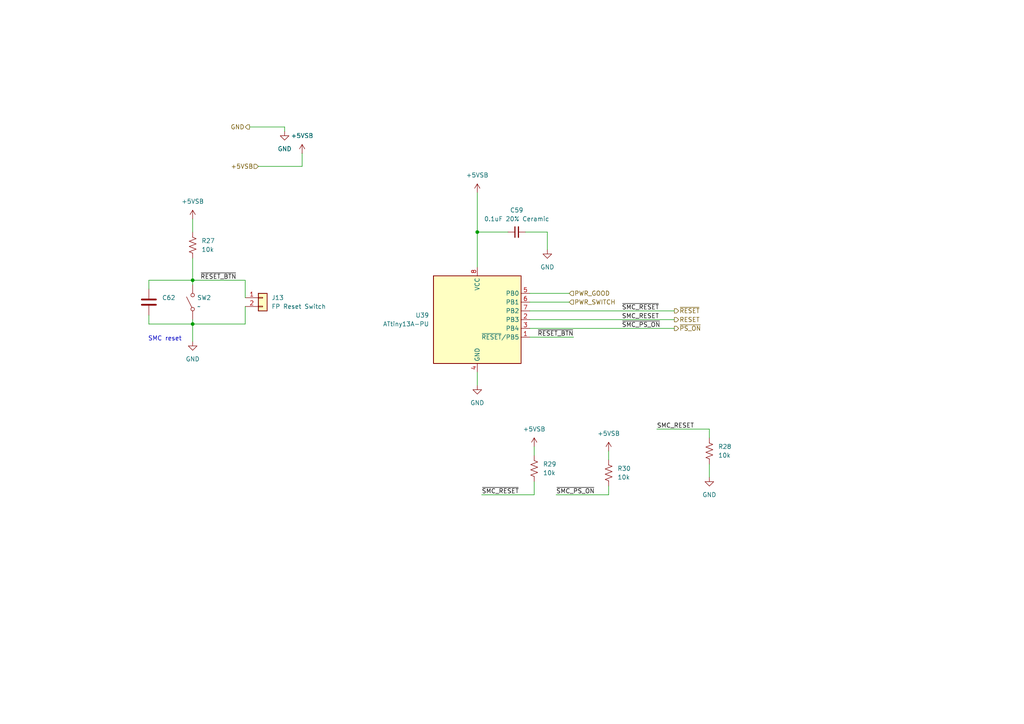
<source format=kicad_sch>
(kicad_sch
	(version 20231120)
	(generator "eeschema")
	(generator_version "8.0")
	(uuid "a7045b94-117e-4c16-bead-94421e33e30c")
	(paper "A4")
	(lib_symbols
		(symbol "Connector_Generic:Conn_01x02"
			(pin_names
				(offset 1.016) hide)
			(exclude_from_sim no)
			(in_bom yes)
			(on_board yes)
			(property "Reference" "J"
				(at 0 2.54 0)
				(effects
					(font
						(size 1.27 1.27)
					)
				)
			)
			(property "Value" "Conn_01x02"
				(at 0 -5.08 0)
				(effects
					(font
						(size 1.27 1.27)
					)
				)
			)
			(property "Footprint" ""
				(at 0 0 0)
				(effects
					(font
						(size 1.27 1.27)
					)
					(hide yes)
				)
			)
			(property "Datasheet" "~"
				(at 0 0 0)
				(effects
					(font
						(size 1.27 1.27)
					)
					(hide yes)
				)
			)
			(property "Description" "Generic connector, single row, 01x02, script generated (kicad-library-utils/schlib/autogen/connector/)"
				(at 0 0 0)
				(effects
					(font
						(size 1.27 1.27)
					)
					(hide yes)
				)
			)
			(property "ki_keywords" "connector"
				(at 0 0 0)
				(effects
					(font
						(size 1.27 1.27)
					)
					(hide yes)
				)
			)
			(property "ki_fp_filters" "Connector*:*_1x??_*"
				(at 0 0 0)
				(effects
					(font
						(size 1.27 1.27)
					)
					(hide yes)
				)
			)
			(symbol "Conn_01x02_1_1"
				(rectangle
					(start -1.27 -2.413)
					(end 0 -2.667)
					(stroke
						(width 0.1524)
						(type default)
					)
					(fill
						(type none)
					)
				)
				(rectangle
					(start -1.27 0.127)
					(end 0 -0.127)
					(stroke
						(width 0.1524)
						(type default)
					)
					(fill
						(type none)
					)
				)
				(rectangle
					(start -1.27 1.27)
					(end 1.27 -3.81)
					(stroke
						(width 0.254)
						(type default)
					)
					(fill
						(type background)
					)
				)
				(pin passive line
					(at -5.08 0 0)
					(length 3.81)
					(name "Pin_1"
						(effects
							(font
								(size 1.27 1.27)
							)
						)
					)
					(number "1"
						(effects
							(font
								(size 1.27 1.27)
							)
						)
					)
				)
				(pin passive line
					(at -5.08 -2.54 0)
					(length 3.81)
					(name "Pin_2"
						(effects
							(font
								(size 1.27 1.27)
							)
						)
					)
					(number "2"
						(effects
							(font
								(size 1.27 1.27)
							)
						)
					)
				)
			)
		)
		(symbol "Device:C"
			(pin_numbers hide)
			(pin_names
				(offset 0.254)
			)
			(exclude_from_sim no)
			(in_bom yes)
			(on_board yes)
			(property "Reference" "C"
				(at 0.635 2.54 0)
				(effects
					(font
						(size 1.27 1.27)
					)
					(justify left)
				)
			)
			(property "Value" "C"
				(at 0.635 -2.54 0)
				(effects
					(font
						(size 1.27 1.27)
					)
					(justify left)
				)
			)
			(property "Footprint" ""
				(at 0.9652 -3.81 0)
				(effects
					(font
						(size 1.27 1.27)
					)
					(hide yes)
				)
			)
			(property "Datasheet" "~"
				(at 0 0 0)
				(effects
					(font
						(size 1.27 1.27)
					)
					(hide yes)
				)
			)
			(property "Description" "Unpolarized capacitor"
				(at 0 0 0)
				(effects
					(font
						(size 1.27 1.27)
					)
					(hide yes)
				)
			)
			(property "ki_keywords" "cap capacitor"
				(at 0 0 0)
				(effects
					(font
						(size 1.27 1.27)
					)
					(hide yes)
				)
			)
			(property "ki_fp_filters" "C_*"
				(at 0 0 0)
				(effects
					(font
						(size 1.27 1.27)
					)
					(hide yes)
				)
			)
			(symbol "C_0_1"
				(polyline
					(pts
						(xy -2.032 -0.762) (xy 2.032 -0.762)
					)
					(stroke
						(width 0.508)
						(type default)
					)
					(fill
						(type none)
					)
				)
				(polyline
					(pts
						(xy -2.032 0.762) (xy 2.032 0.762)
					)
					(stroke
						(width 0.508)
						(type default)
					)
					(fill
						(type none)
					)
				)
			)
			(symbol "C_1_1"
				(pin passive line
					(at 0 3.81 270)
					(length 2.794)
					(name "~"
						(effects
							(font
								(size 1.27 1.27)
							)
						)
					)
					(number "1"
						(effects
							(font
								(size 1.27 1.27)
							)
						)
					)
				)
				(pin passive line
					(at 0 -3.81 90)
					(length 2.794)
					(name "~"
						(effects
							(font
								(size 1.27 1.27)
							)
						)
					)
					(number "2"
						(effects
							(font
								(size 1.27 1.27)
							)
						)
					)
				)
			)
		)
		(symbol "Device:C_Small"
			(pin_numbers hide)
			(pin_names
				(offset 0.254) hide)
			(exclude_from_sim no)
			(in_bom yes)
			(on_board yes)
			(property "Reference" "C"
				(at 0.254 1.778 0)
				(effects
					(font
						(size 1.27 1.27)
					)
					(justify left)
				)
			)
			(property "Value" "C_Small"
				(at 0.254 -2.032 0)
				(effects
					(font
						(size 1.27 1.27)
					)
					(justify left)
				)
			)
			(property "Footprint" ""
				(at 0 0 0)
				(effects
					(font
						(size 1.27 1.27)
					)
					(hide yes)
				)
			)
			(property "Datasheet" "~"
				(at 0 0 0)
				(effects
					(font
						(size 1.27 1.27)
					)
					(hide yes)
				)
			)
			(property "Description" "Unpolarized capacitor, small symbol"
				(at 0 0 0)
				(effects
					(font
						(size 1.27 1.27)
					)
					(hide yes)
				)
			)
			(property "ki_keywords" "capacitor cap"
				(at 0 0 0)
				(effects
					(font
						(size 1.27 1.27)
					)
					(hide yes)
				)
			)
			(property "ki_fp_filters" "C_*"
				(at 0 0 0)
				(effects
					(font
						(size 1.27 1.27)
					)
					(hide yes)
				)
			)
			(symbol "C_Small_0_1"
				(polyline
					(pts
						(xy -1.524 -0.508) (xy 1.524 -0.508)
					)
					(stroke
						(width 0.3302)
						(type default)
					)
					(fill
						(type none)
					)
				)
				(polyline
					(pts
						(xy -1.524 0.508) (xy 1.524 0.508)
					)
					(stroke
						(width 0.3048)
						(type default)
					)
					(fill
						(type none)
					)
				)
			)
			(symbol "C_Small_1_1"
				(pin passive line
					(at 0 2.54 270)
					(length 2.032)
					(name "~"
						(effects
							(font
								(size 1.27 1.27)
							)
						)
					)
					(number "1"
						(effects
							(font
								(size 1.27 1.27)
							)
						)
					)
				)
				(pin passive line
					(at 0 -2.54 90)
					(length 2.032)
					(name "~"
						(effects
							(font
								(size 1.27 1.27)
							)
						)
					)
					(number "2"
						(effects
							(font
								(size 1.27 1.27)
							)
						)
					)
				)
			)
		)
		(symbol "Device:R_US"
			(pin_numbers hide)
			(pin_names
				(offset 0)
			)
			(exclude_from_sim no)
			(in_bom yes)
			(on_board yes)
			(property "Reference" "R"
				(at 2.54 0 90)
				(effects
					(font
						(size 1.27 1.27)
					)
				)
			)
			(property "Value" "R_US"
				(at -2.54 0 90)
				(effects
					(font
						(size 1.27 1.27)
					)
				)
			)
			(property "Footprint" ""
				(at 1.016 -0.254 90)
				(effects
					(font
						(size 1.27 1.27)
					)
					(hide yes)
				)
			)
			(property "Datasheet" "~"
				(at 0 0 0)
				(effects
					(font
						(size 1.27 1.27)
					)
					(hide yes)
				)
			)
			(property "Description" "Resistor, US symbol"
				(at 0 0 0)
				(effects
					(font
						(size 1.27 1.27)
					)
					(hide yes)
				)
			)
			(property "ki_keywords" "R res resistor"
				(at 0 0 0)
				(effects
					(font
						(size 1.27 1.27)
					)
					(hide yes)
				)
			)
			(property "ki_fp_filters" "R_*"
				(at 0 0 0)
				(effects
					(font
						(size 1.27 1.27)
					)
					(hide yes)
				)
			)
			(symbol "R_US_0_1"
				(polyline
					(pts
						(xy 0 -2.286) (xy 0 -2.54)
					)
					(stroke
						(width 0)
						(type default)
					)
					(fill
						(type none)
					)
				)
				(polyline
					(pts
						(xy 0 2.286) (xy 0 2.54)
					)
					(stroke
						(width 0)
						(type default)
					)
					(fill
						(type none)
					)
				)
				(polyline
					(pts
						(xy 0 -0.762) (xy 1.016 -1.143) (xy 0 -1.524) (xy -1.016 -1.905) (xy 0 -2.286)
					)
					(stroke
						(width 0)
						(type default)
					)
					(fill
						(type none)
					)
				)
				(polyline
					(pts
						(xy 0 0.762) (xy 1.016 0.381) (xy 0 0) (xy -1.016 -0.381) (xy 0 -0.762)
					)
					(stroke
						(width 0)
						(type default)
					)
					(fill
						(type none)
					)
				)
				(polyline
					(pts
						(xy 0 2.286) (xy 1.016 1.905) (xy 0 1.524) (xy -1.016 1.143) (xy 0 0.762)
					)
					(stroke
						(width 0)
						(type default)
					)
					(fill
						(type none)
					)
				)
			)
			(symbol "R_US_1_1"
				(pin passive line
					(at 0 3.81 270)
					(length 1.27)
					(name "~"
						(effects
							(font
								(size 1.27 1.27)
							)
						)
					)
					(number "1"
						(effects
							(font
								(size 1.27 1.27)
							)
						)
					)
				)
				(pin passive line
					(at 0 -3.81 90)
					(length 1.27)
					(name "~"
						(effects
							(font
								(size 1.27 1.27)
							)
						)
					)
					(number "2"
						(effects
							(font
								(size 1.27 1.27)
							)
						)
					)
				)
			)
		)
		(symbol "MCU_Microchip_ATtiny:ATtiny13A-P"
			(exclude_from_sim no)
			(in_bom yes)
			(on_board yes)
			(property "Reference" "U"
				(at -12.7 13.97 0)
				(effects
					(font
						(size 1.27 1.27)
					)
					(justify left bottom)
				)
			)
			(property "Value" "ATtiny13A-P"
				(at 2.54 -13.97 0)
				(effects
					(font
						(size 1.27 1.27)
					)
					(justify left top)
				)
			)
			(property "Footprint" "Package_DIP:DIP-8_W7.62mm"
				(at 0 0 0)
				(effects
					(font
						(size 1.27 1.27)
						(italic yes)
					)
					(hide yes)
				)
			)
			(property "Datasheet" "http://ww1.microchip.com/downloads/en/DeviceDoc/doc8126.pdf"
				(at 0 0 0)
				(effects
					(font
						(size 1.27 1.27)
					)
					(hide yes)
				)
			)
			(property "Description" "20MHz, 1kB Flash, 64B SRAM, 64B EEPROM, debugWIRE, DIP-8"
				(at 0 0 0)
				(effects
					(font
						(size 1.27 1.27)
					)
					(hide yes)
				)
			)
			(property "ki_keywords" "AVR 8bit Microcontroller tinyAVR"
				(at 0 0 0)
				(effects
					(font
						(size 1.27 1.27)
					)
					(hide yes)
				)
			)
			(property "ki_fp_filters" "DIP*W7.62mm*"
				(at 0 0 0)
				(effects
					(font
						(size 1.27 1.27)
					)
					(hide yes)
				)
			)
			(symbol "ATtiny13A-P_0_1"
				(rectangle
					(start -12.7 -12.7)
					(end 12.7 12.7)
					(stroke
						(width 0.254)
						(type default)
					)
					(fill
						(type background)
					)
				)
			)
			(symbol "ATtiny13A-P_1_1"
				(pin bidirectional line
					(at 15.24 -5.08 180)
					(length 2.54)
					(name "~{RESET}/PB5"
						(effects
							(font
								(size 1.27 1.27)
							)
						)
					)
					(number "1"
						(effects
							(font
								(size 1.27 1.27)
							)
						)
					)
				)
				(pin bidirectional line
					(at 15.24 0 180)
					(length 2.54)
					(name "PB3"
						(effects
							(font
								(size 1.27 1.27)
							)
						)
					)
					(number "2"
						(effects
							(font
								(size 1.27 1.27)
							)
						)
					)
				)
				(pin bidirectional line
					(at 15.24 -2.54 180)
					(length 2.54)
					(name "PB4"
						(effects
							(font
								(size 1.27 1.27)
							)
						)
					)
					(number "3"
						(effects
							(font
								(size 1.27 1.27)
							)
						)
					)
				)
				(pin power_in line
					(at 0 -15.24 90)
					(length 2.54)
					(name "GND"
						(effects
							(font
								(size 1.27 1.27)
							)
						)
					)
					(number "4"
						(effects
							(font
								(size 1.27 1.27)
							)
						)
					)
				)
				(pin bidirectional line
					(at 15.24 7.62 180)
					(length 2.54)
					(name "PB0"
						(effects
							(font
								(size 1.27 1.27)
							)
						)
					)
					(number "5"
						(effects
							(font
								(size 1.27 1.27)
							)
						)
					)
				)
				(pin bidirectional line
					(at 15.24 5.08 180)
					(length 2.54)
					(name "PB1"
						(effects
							(font
								(size 1.27 1.27)
							)
						)
					)
					(number "6"
						(effects
							(font
								(size 1.27 1.27)
							)
						)
					)
				)
				(pin bidirectional line
					(at 15.24 2.54 180)
					(length 2.54)
					(name "PB2"
						(effects
							(font
								(size 1.27 1.27)
							)
						)
					)
					(number "7"
						(effects
							(font
								(size 1.27 1.27)
							)
						)
					)
				)
				(pin power_in line
					(at 0 15.24 270)
					(length 2.54)
					(name "VCC"
						(effects
							(font
								(size 1.27 1.27)
							)
						)
					)
					(number "8"
						(effects
							(font
								(size 1.27 1.27)
							)
						)
					)
				)
			)
		)
		(symbol "SparkFun-Switch:SPST_Momentary_SMD_4.6x2.8mm_h2.5mm"
			(pin_numbers hide)
			(pin_names
				(offset 0) hide)
			(exclude_from_sim no)
			(in_bom yes)
			(on_board yes)
			(property "Reference" "SW"
				(at 0 3.175 0)
				(effects
					(font
						(size 1.27 1.27)
					)
				)
			)
			(property "Value" "SMD_4.6x2.8mm_h2.5mm"
				(at 0 -2.54 0)
				(effects
					(font
						(size 1.27 1.27)
					)
				)
			)
			(property "Footprint" "SparkFun-Switch:Momentary_SMD_4.6x2.8mm_h2.5mm"
				(at 0 -5.08 0)
				(effects
					(font
						(size 1.27 1.27)
					)
					(hide yes)
				)
			)
			(property "Datasheet" "~"
				(at 0 -10.16 0)
				(effects
					(font
						(size 1.27 1.27)
					)
					(hide yes)
				)
			)
			(property "Description" "Single Pole Single Throw (SPST) switch"
				(at 0 0 0)
				(effects
					(font
						(size 1.27 1.27)
					)
					(hide yes)
				)
			)
			(property "PROD_ID" "SWCH-15606"
				(at 0 -7.62 0)
				(effects
					(font
						(size 1.27 1.27)
					)
					(hide yes)
				)
			)
			(property "ki_keywords" "switch lever"
				(at 0 0 0)
				(effects
					(font
						(size 1.27 1.27)
					)
					(hide yes)
				)
			)
			(symbol "SPST_Momentary_SMD_4.6x2.8mm_h2.5mm_0_0"
				(circle
					(center -2.032 0)
					(radius 0.508)
					(stroke
						(width 0)
						(type default)
					)
					(fill
						(type none)
					)
				)
				(polyline
					(pts
						(xy -1.524 0.254) (xy 1.524 1.778)
					)
					(stroke
						(width 0)
						(type default)
					)
					(fill
						(type none)
					)
				)
				(circle
					(center 2.032 0)
					(radius 0.508)
					(stroke
						(width 0)
						(type default)
					)
					(fill
						(type none)
					)
				)
			)
			(symbol "SPST_Momentary_SMD_4.6x2.8mm_h2.5mm_1_1"
				(pin passive line
					(at -5.08 0 0)
					(length 2.54)
					(name "A"
						(effects
							(font
								(size 1.27 1.27)
							)
						)
					)
					(number "1"
						(effects
							(font
								(size 1.27 1.27)
							)
						)
					)
				)
				(pin passive line
					(at 5.08 0 180)
					(length 2.54)
					(name "B"
						(effects
							(font
								(size 1.27 1.27)
							)
						)
					)
					(number "2"
						(effects
							(font
								(size 1.27 1.27)
							)
						)
					)
				)
			)
		)
		(symbol "power:GND"
			(power)
			(pin_names
				(offset 0)
			)
			(exclude_from_sim no)
			(in_bom yes)
			(on_board yes)
			(property "Reference" "#PWR"
				(at 0 -6.35 0)
				(effects
					(font
						(size 1.27 1.27)
					)
					(hide yes)
				)
			)
			(property "Value" "GND"
				(at 0 -3.81 0)
				(effects
					(font
						(size 1.27 1.27)
					)
				)
			)
			(property "Footprint" ""
				(at 0 0 0)
				(effects
					(font
						(size 1.27 1.27)
					)
					(hide yes)
				)
			)
			(property "Datasheet" ""
				(at 0 0 0)
				(effects
					(font
						(size 1.27 1.27)
					)
					(hide yes)
				)
			)
			(property "Description" "Power symbol creates a global label with name \"GND\" , ground"
				(at 0 0 0)
				(effects
					(font
						(size 1.27 1.27)
					)
					(hide yes)
				)
			)
			(property "ki_keywords" "global power"
				(at 0 0 0)
				(effects
					(font
						(size 1.27 1.27)
					)
					(hide yes)
				)
			)
			(symbol "GND_0_1"
				(polyline
					(pts
						(xy 0 0) (xy 0 -1.27) (xy 1.27 -1.27) (xy 0 -2.54) (xy -1.27 -1.27) (xy 0 -1.27)
					)
					(stroke
						(width 0)
						(type default)
					)
					(fill
						(type none)
					)
				)
			)
			(symbol "GND_1_1"
				(pin power_in line
					(at 0 0 270)
					(length 0) hide
					(name "GND"
						(effects
							(font
								(size 1.27 1.27)
							)
						)
					)
					(number "1"
						(effects
							(font
								(size 1.27 1.27)
							)
						)
					)
				)
			)
		)
		(symbol "power:VCC"
			(power)
			(pin_numbers hide)
			(pin_names
				(offset 0) hide)
			(exclude_from_sim no)
			(in_bom yes)
			(on_board yes)
			(property "Reference" "#PWR"
				(at 0 -3.81 0)
				(effects
					(font
						(size 1.27 1.27)
					)
					(hide yes)
				)
			)
			(property "Value" "VCC"
				(at 0 3.556 0)
				(effects
					(font
						(size 1.27 1.27)
					)
				)
			)
			(property "Footprint" ""
				(at 0 0 0)
				(effects
					(font
						(size 1.27 1.27)
					)
					(hide yes)
				)
			)
			(property "Datasheet" ""
				(at 0 0 0)
				(effects
					(font
						(size 1.27 1.27)
					)
					(hide yes)
				)
			)
			(property "Description" "Power symbol creates a global label with name \"VCC\""
				(at 0 0 0)
				(effects
					(font
						(size 1.27 1.27)
					)
					(hide yes)
				)
			)
			(property "ki_keywords" "global power"
				(at 0 0 0)
				(effects
					(font
						(size 1.27 1.27)
					)
					(hide yes)
				)
			)
			(symbol "VCC_0_1"
				(polyline
					(pts
						(xy -0.762 1.27) (xy 0 2.54)
					)
					(stroke
						(width 0)
						(type default)
					)
					(fill
						(type none)
					)
				)
				(polyline
					(pts
						(xy 0 0) (xy 0 2.54)
					)
					(stroke
						(width 0)
						(type default)
					)
					(fill
						(type none)
					)
				)
				(polyline
					(pts
						(xy 0 2.54) (xy 0.762 1.27)
					)
					(stroke
						(width 0)
						(type default)
					)
					(fill
						(type none)
					)
				)
			)
			(symbol "VCC_1_1"
				(pin power_in line
					(at 0 0 90)
					(length 0)
					(name "~"
						(effects
							(font
								(size 1.27 1.27)
							)
						)
					)
					(number "1"
						(effects
							(font
								(size 1.27 1.27)
							)
						)
					)
				)
			)
		)
	)
	(junction
		(at 138.43 67.31)
		(diameter 0)
		(color 0 0 0 0)
		(uuid "32d6a8a8-7c36-4e91-ba89-9b5a81d9a94a")
	)
	(junction
		(at 55.88 93.98)
		(diameter 0)
		(color 0 0 0 0)
		(uuid "68ee2eb8-38e6-476b-a200-285694248db1")
	)
	(junction
		(at 55.88 81.28)
		(diameter 0)
		(color 0 0 0 0)
		(uuid "6a86dab6-a4f4-4caa-9681-00e624c30c58")
	)
	(wire
		(pts
			(xy 176.53 143.51) (xy 176.53 140.97)
		)
		(stroke
			(width 0)
			(type default)
		)
		(uuid "0454b017-ae95-4818-a81a-217986cf1a77")
	)
	(wire
		(pts
			(xy 154.94 143.51) (xy 154.94 139.7)
		)
		(stroke
			(width 0)
			(type default)
		)
		(uuid "0e0258a9-9554-4bdb-8e71-955e4a6febb4")
	)
	(wire
		(pts
			(xy 154.94 129.54) (xy 154.94 132.08)
		)
		(stroke
			(width 0)
			(type default)
		)
		(uuid "15521117-26a3-4884-8e54-15877e765bca")
	)
	(wire
		(pts
			(xy 55.88 93.98) (xy 71.12 93.98)
		)
		(stroke
			(width 0)
			(type default)
		)
		(uuid "18522c60-5f99-45ca-9509-7f17e03633e9")
	)
	(wire
		(pts
			(xy 153.67 90.17) (xy 195.58 90.17)
		)
		(stroke
			(width 0)
			(type default)
		)
		(uuid "25b050ae-c364-45a8-8118-cbe8bdc2334d")
	)
	(wire
		(pts
			(xy 55.88 81.28) (xy 71.12 81.28)
		)
		(stroke
			(width 0)
			(type default)
		)
		(uuid "2667300a-2bba-4eae-a834-38043584d9a9")
	)
	(wire
		(pts
			(xy 82.55 36.83) (xy 82.55 38.1)
		)
		(stroke
			(width 0)
			(type default)
		)
		(uuid "27d26d10-7659-4d70-b930-93148b332550")
	)
	(wire
		(pts
			(xy 153.67 85.09) (xy 165.1 85.09)
		)
		(stroke
			(width 0)
			(type default)
		)
		(uuid "40ec8ffa-17ab-4b1b-91f9-8bf5871c9855")
	)
	(wire
		(pts
			(xy 43.18 81.28) (xy 55.88 81.28)
		)
		(stroke
			(width 0)
			(type default)
		)
		(uuid "41068742-c502-4cb8-9788-3ff3bb390927")
	)
	(wire
		(pts
			(xy 43.18 91.44) (xy 43.18 93.98)
		)
		(stroke
			(width 0)
			(type default)
		)
		(uuid "443844eb-4e72-471d-881a-786072a4ffc6")
	)
	(wire
		(pts
			(xy 87.63 44.45) (xy 87.63 48.26)
		)
		(stroke
			(width 0)
			(type default)
		)
		(uuid "4f69d519-62b6-4391-b32a-818f12b3e7d0")
	)
	(wire
		(pts
			(xy 138.43 67.31) (xy 147.32 67.31)
		)
		(stroke
			(width 0)
			(type default)
		)
		(uuid "557cc26e-6a8e-441b-b8f5-f79118f3a60b")
	)
	(wire
		(pts
			(xy 71.12 81.28) (xy 71.12 86.36)
		)
		(stroke
			(width 0)
			(type default)
		)
		(uuid "631cd4d5-2bdf-4c1f-9fe6-794e79b5965c")
	)
	(wire
		(pts
			(xy 87.63 48.26) (xy 74.93 48.26)
		)
		(stroke
			(width 0)
			(type default)
		)
		(uuid "72adf9b6-279c-4edc-8dc4-2ec296fea02f")
	)
	(wire
		(pts
			(xy 205.74 124.46) (xy 205.74 127)
		)
		(stroke
			(width 0)
			(type default)
		)
		(uuid "7588f36f-d88e-487a-be32-00ab84954785")
	)
	(wire
		(pts
			(xy 158.75 67.31) (xy 158.75 72.39)
		)
		(stroke
			(width 0)
			(type default)
		)
		(uuid "887311ed-c26c-4ea5-9c5b-6441fc10a2f2")
	)
	(wire
		(pts
			(xy 138.43 55.88) (xy 138.43 67.31)
		)
		(stroke
			(width 0)
			(type default)
		)
		(uuid "8bec2261-372a-4630-a45a-b507a5afeb75")
	)
	(wire
		(pts
			(xy 176.53 130.81) (xy 176.53 133.35)
		)
		(stroke
			(width 0)
			(type default)
		)
		(uuid "8e1e8c7c-70b7-431c-91e8-efb2ba28a19b")
	)
	(wire
		(pts
			(xy 55.88 92.71) (xy 55.88 93.98)
		)
		(stroke
			(width 0)
			(type default)
		)
		(uuid "8f0d64cd-7580-4689-9da8-6d5893b98cc8")
	)
	(wire
		(pts
			(xy 153.67 92.71) (xy 195.58 92.71)
		)
		(stroke
			(width 0)
			(type default)
		)
		(uuid "97596090-e87b-4ce1-aa3c-d32692fafa4e")
	)
	(wire
		(pts
			(xy 55.88 74.93) (xy 55.88 81.28)
		)
		(stroke
			(width 0)
			(type default)
		)
		(uuid "9fbc2942-ff6f-4cc1-ba7b-e3cfaea0f34d")
	)
	(wire
		(pts
			(xy 71.12 93.98) (xy 71.12 88.9)
		)
		(stroke
			(width 0)
			(type default)
		)
		(uuid "adf52f05-ff3a-4010-9a52-479023428823")
	)
	(wire
		(pts
			(xy 138.43 107.95) (xy 138.43 111.76)
		)
		(stroke
			(width 0)
			(type default)
		)
		(uuid "af8c568c-a038-4523-bffe-5f8b32228b74")
	)
	(wire
		(pts
			(xy 153.67 95.25) (xy 195.58 95.25)
		)
		(stroke
			(width 0)
			(type default)
		)
		(uuid "b4f88817-c2f3-41fd-b2b4-2f15bb4a42b8")
	)
	(wire
		(pts
			(xy 153.67 87.63) (xy 165.1 87.63)
		)
		(stroke
			(width 0)
			(type default)
		)
		(uuid "c468cc17-4804-45e6-84e6-f313766c5c28")
	)
	(wire
		(pts
			(xy 55.88 81.28) (xy 55.88 82.55)
		)
		(stroke
			(width 0)
			(type default)
		)
		(uuid "ca620096-6aeb-4485-be25-0fae6a84c653")
	)
	(wire
		(pts
			(xy 55.88 93.98) (xy 55.88 99.06)
		)
		(stroke
			(width 0)
			(type default)
		)
		(uuid "cf17e8a3-46d7-46fd-b5af-97a2dae4fa6d")
	)
	(wire
		(pts
			(xy 43.18 93.98) (xy 55.88 93.98)
		)
		(stroke
			(width 0)
			(type default)
		)
		(uuid "d0b5a213-3b84-4666-859e-172f85d66a98")
	)
	(wire
		(pts
			(xy 152.4 67.31) (xy 158.75 67.31)
		)
		(stroke
			(width 0)
			(type default)
		)
		(uuid "d323ee4c-40d8-47c9-a05a-2d7324a2bb0a")
	)
	(wire
		(pts
			(xy 139.7 143.51) (xy 154.94 143.51)
		)
		(stroke
			(width 0)
			(type default)
		)
		(uuid "d35c72a6-d8b7-4495-8c01-69f80b670766")
	)
	(wire
		(pts
			(xy 55.88 63.5) (xy 55.88 67.31)
		)
		(stroke
			(width 0)
			(type default)
		)
		(uuid "d8a6f56a-09d7-462a-9949-b87e52cd39ff")
	)
	(wire
		(pts
			(xy 43.18 83.82) (xy 43.18 81.28)
		)
		(stroke
			(width 0)
			(type default)
		)
		(uuid "da8f6275-b247-4d84-8add-34f6a9b8d317")
	)
	(wire
		(pts
			(xy 161.29 143.51) (xy 176.53 143.51)
		)
		(stroke
			(width 0)
			(type default)
		)
		(uuid "e6def6f2-017f-415d-ab1b-2571344e9881")
	)
	(wire
		(pts
			(xy 205.74 134.62) (xy 205.74 138.43)
		)
		(stroke
			(width 0)
			(type default)
		)
		(uuid "f0be46a0-3364-4ab2-9ded-c9c415e2edfd")
	)
	(wire
		(pts
			(xy 190.5 124.46) (xy 205.74 124.46)
		)
		(stroke
			(width 0)
			(type default)
		)
		(uuid "f345030d-21cf-42ca-bb28-62f8dfb9c167")
	)
	(wire
		(pts
			(xy 138.43 67.31) (xy 138.43 77.47)
		)
		(stroke
			(width 0)
			(type default)
		)
		(uuid "f6828708-3744-4f3a-b8db-2e3fb3b7c9cc")
	)
	(wire
		(pts
			(xy 72.39 36.83) (xy 82.55 36.83)
		)
		(stroke
			(width 0)
			(type default)
		)
		(uuid "f7fb34fb-4a52-4c00-a588-288954be732f")
	)
	(wire
		(pts
			(xy 153.67 97.79) (xy 166.37 97.79)
		)
		(stroke
			(width 0)
			(type default)
		)
		(uuid "fd654a95-63ac-4a15-89bf-84020152ddb1")
	)
	(text "SMC reset"
		(exclude_from_sim no)
		(at 42.926 99.06 0)
		(effects
			(font
				(size 1.27 1.27)
			)
			(justify left bottom)
		)
		(uuid "d98b40a5-b4fb-4037-ac52-c787c24b4bb6")
	)
	(label "SMC_RESET"
		(at 190.5 124.46 0)
		(fields_autoplaced yes)
		(effects
			(font
				(size 1.27 1.27)
			)
			(justify left bottom)
		)
		(uuid "0db884af-b07a-48eb-bc27-e5e89f94bec5")
	)
	(label "~{SMC_PS_ON}"
		(at 161.29 143.51 0)
		(fields_autoplaced yes)
		(effects
			(font
				(size 1.27 1.27)
			)
			(justify left bottom)
		)
		(uuid "79d70f6d-ea57-48c5-8b56-8bd19bb431f3")
	)
	(label "SMC_RESET"
		(at 180.34 92.71 0)
		(fields_autoplaced yes)
		(effects
			(font
				(size 1.27 1.27)
			)
			(justify left bottom)
		)
		(uuid "98dcb121-7ceb-45b5-a995-29c4474589d7")
	)
	(label "~{RESET_BTN}"
		(at 68.58 81.28 180)
		(fields_autoplaced yes)
		(effects
			(font
				(size 1.27 1.27)
			)
			(justify right bottom)
		)
		(uuid "a09e300f-ee5f-4175-ae2a-f38c07f6b308")
	)
	(label "~{SMC_PS_ON}"
		(at 180.34 95.25 0)
		(fields_autoplaced yes)
		(effects
			(font
				(size 1.27 1.27)
			)
			(justify left bottom)
		)
		(uuid "a8ae8db3-409b-4534-ab83-30c01803780d")
	)
	(label "~{SMC_RESET}"
		(at 139.7 143.51 0)
		(fields_autoplaced yes)
		(effects
			(font
				(size 1.27 1.27)
			)
			(justify left bottom)
		)
		(uuid "ba6ff12d-fec2-46d5-b3cf-3c636f532e4d")
	)
	(label "~{RESET_BTN}"
		(at 166.37 97.79 180)
		(fields_autoplaced yes)
		(effects
			(font
				(size 1.27 1.27)
			)
			(justify right bottom)
		)
		(uuid "e1e0fdee-aaac-4d7c-8ca3-1264b453f344")
	)
	(label "~{SMC_RESET}"
		(at 180.34 90.17 0)
		(fields_autoplaced yes)
		(effects
			(font
				(size 1.27 1.27)
			)
			(justify left bottom)
		)
		(uuid "f48da2b5-0811-421e-a87b-0faaeca97284")
	)
	(hierarchical_label "PWR_GOOD"
		(shape input)
		(at 165.1 85.09 0)
		(fields_autoplaced yes)
		(effects
			(font
				(size 1.27 1.27)
			)
			(justify left)
		)
		(uuid "1b87d055-aec7-46ba-923c-a12fdf0c2229")
	)
	(hierarchical_label "+5VSB"
		(shape input)
		(at 74.93 48.26 180)
		(fields_autoplaced yes)
		(effects
			(font
				(size 1.27 1.27)
			)
			(justify right)
		)
		(uuid "2fdd7eee-17b0-4909-a231-bf28ca7e98d0")
	)
	(hierarchical_label "RESET"
		(shape output)
		(at 195.58 92.71 0)
		(fields_autoplaced yes)
		(effects
			(font
				(size 1.27 1.27)
			)
			(justify left)
		)
		(uuid "311c7452-5813-4866-bc95-9cdb11d82db0")
	)
	(hierarchical_label "~{PS_ON}"
		(shape output)
		(at 195.58 95.25 0)
		(fields_autoplaced yes)
		(effects
			(font
				(size 1.27 1.27)
			)
			(justify left)
		)
		(uuid "46eb7b74-851e-4a85-889d-34debc563240")
	)
	(hierarchical_label "PWR_SWITCH"
		(shape input)
		(at 165.1 87.63 0)
		(fields_autoplaced yes)
		(effects
			(font
				(size 1.27 1.27)
			)
			(justify left)
		)
		(uuid "589e8f81-7b0c-4dbc-8254-2af1ba9ede09")
	)
	(hierarchical_label "~{RESET}"
		(shape output)
		(at 195.58 90.17 0)
		(fields_autoplaced yes)
		(effects
			(font
				(size 1.27 1.27)
			)
			(justify left)
		)
		(uuid "8db44836-a08f-40a7-b926-b9070c64ae7b")
	)
	(hierarchical_label "GND"
		(shape output)
		(at 72.39 36.83 180)
		(fields_autoplaced yes)
		(effects
			(font
				(size 1.27 1.27)
			)
			(justify right)
		)
		(uuid "b0a6ce7a-a1c1-4fb8-aac9-14e5752afb9e")
	)
	(symbol
		(lib_id "power:GND")
		(at 158.75 72.39 0)
		(unit 1)
		(exclude_from_sim no)
		(in_bom yes)
		(on_board yes)
		(dnp no)
		(fields_autoplaced yes)
		(uuid "058a4696-ac13-4512-889b-ccaeedfbf7d9")
		(property "Reference" "#PWR0279"
			(at 158.75 78.74 0)
			(effects
				(font
					(size 1.27 1.27)
				)
				(hide yes)
			)
		)
		(property "Value" "GND"
			(at 158.75 77.47 0)
			(effects
				(font
					(size 1.27 1.27)
				)
			)
		)
		(property "Footprint" ""
			(at 158.75 72.39 0)
			(effects
				(font
					(size 1.27 1.27)
				)
				(hide yes)
			)
		)
		(property "Datasheet" ""
			(at 158.75 72.39 0)
			(effects
				(font
					(size 1.27 1.27)
				)
				(hide yes)
			)
		)
		(property "Description" ""
			(at 158.75 72.39 0)
			(effects
				(font
					(size 1.27 1.27)
				)
				(hide yes)
			)
		)
		(pin "1"
			(uuid "ae345116-d647-4999-8883-2d2b3964c6fc")
		)
		(instances
			(project "sbc_8088"
				(path "/5e468d94-0319-44d1-a77f-2adc451eed13/f89b8ff6-5088-4953-9834-8161ac771756"
					(reference "#PWR0279")
					(unit 1)
				)
			)
		)
	)
	(symbol
		(lib_id "SparkFun-Switch:SPST_Momentary_SMD_4.6x2.8mm_h2.5mm")
		(at 55.88 87.63 90)
		(unit 1)
		(exclude_from_sim no)
		(in_bom yes)
		(on_board yes)
		(dnp no)
		(fields_autoplaced yes)
		(uuid "112aa6d5-e279-40b9-ab2b-1efcd79f69b8")
		(property "Reference" "SW2"
			(at 57.15 86.36 90)
			(effects
				(font
					(size 1.27 1.27)
				)
				(justify right)
			)
		)
		(property "Value" "~"
			(at 57.15 88.9 90)
			(effects
				(font
					(size 1.27 1.27)
				)
				(justify right)
			)
		)
		(property "Footprint" "Button_Switch_THT:SW_PUSH_6mm_H4.3mm"
			(at 60.96 87.63 0)
			(effects
				(font
					(size 1.27 1.27)
				)
				(hide yes)
			)
		)
		(property "Datasheet" "~"
			(at 66.04 87.63 0)
			(effects
				(font
					(size 1.27 1.27)
				)
				(hide yes)
			)
		)
		(property "Description" "LCSC #C7470126"
			(at 55.88 87.63 0)
			(effects
				(font
					(size 1.27 1.27)
				)
				(hide yes)
			)
		)
		(property "PROD_ID" "SWCH-15606"
			(at 63.5 87.63 0)
			(effects
				(font
					(size 1.27 1.27)
				)
				(hide yes)
			)
		)
		(property "Height" ""
			(at 55.88 87.63 0)
			(effects
				(font
					(size 1.27 1.27)
				)
				(hide yes)
			)
		)
		(property "Manufacturer_Name" ""
			(at 55.88 87.63 0)
			(effects
				(font
					(size 1.27 1.27)
				)
				(hide yes)
			)
		)
		(property "Manufacturer_Part_Number" ""
			(at 55.88 87.63 0)
			(effects
				(font
					(size 1.27 1.27)
				)
				(hide yes)
			)
		)
		(property "Mouser Part Number" ""
			(at 55.88 87.63 0)
			(effects
				(font
					(size 1.27 1.27)
				)
				(hide yes)
			)
		)
		(property "Mouser Price/Stock" ""
			(at 55.88 87.63 0)
			(effects
				(font
					(size 1.27 1.27)
				)
				(hide yes)
			)
		)
		(property "LCSC Part #" "C7470126"
			(at 55.88 87.63 0)
			(effects
				(font
					(size 1.27 1.27)
				)
				(hide yes)
			)
		)
		(pin "2"
			(uuid "ca387d49-8662-436f-8a74-c1bf7d21b9e6")
		)
		(pin "1"
			(uuid "13053247-4933-418f-8d0b-6088739b7a2a")
		)
		(instances
			(project "sbc_8088"
				(path "/5e468d94-0319-44d1-a77f-2adc451eed13/f89b8ff6-5088-4953-9834-8161ac771756"
					(reference "SW2")
					(unit 1)
				)
			)
		)
	)
	(symbol
		(lib_id "Device:C_Small")
		(at 149.86 67.31 90)
		(unit 1)
		(exclude_from_sim no)
		(in_bom yes)
		(on_board yes)
		(dnp no)
		(fields_autoplaced yes)
		(uuid "1c44fc19-27ee-43fa-a105-9c30d4f07c20")
		(property "Reference" "C59"
			(at 149.8663 60.96 90)
			(effects
				(font
					(size 1.27 1.27)
				)
			)
		)
		(property "Value" "0.1uF 20% Ceramic"
			(at 149.8663 63.5 90)
			(effects
				(font
					(size 1.27 1.27)
				)
			)
		)
		(property "Footprint" "Capacitor_SMD:C_0805_2012Metric"
			(at 149.86 67.31 0)
			(effects
				(font
					(size 1.27 1.27)
				)
				(hide yes)
			)
		)
		(property "Datasheet" "~"
			(at 149.86 67.31 0)
			(effects
				(font
					(size 1.27 1.27)
				)
				(hide yes)
			)
		)
		(property "Description" "LCSC #C49678"
			(at 149.86 67.31 0)
			(effects
				(font
					(size 1.27 1.27)
				)
				(hide yes)
			)
		)
		(property "Height" ""
			(at 149.86 67.31 0)
			(effects
				(font
					(size 1.27 1.27)
				)
				(hide yes)
			)
		)
		(property "Manufacturer_Name" ""
			(at 149.86 67.31 0)
			(effects
				(font
					(size 1.27 1.27)
				)
				(hide yes)
			)
		)
		(property "Manufacturer_Part_Number" ""
			(at 149.86 67.31 0)
			(effects
				(font
					(size 1.27 1.27)
				)
				(hide yes)
			)
		)
		(property "Mouser Part Number" ""
			(at 149.86 67.31 0)
			(effects
				(font
					(size 1.27 1.27)
				)
				(hide yes)
			)
		)
		(property "Mouser Price/Stock" ""
			(at 149.86 67.31 0)
			(effects
				(font
					(size 1.27 1.27)
				)
				(hide yes)
			)
		)
		(property "LCSC Part #" "C49678"
			(at 149.86 67.31 0)
			(effects
				(font
					(size 1.27 1.27)
				)
				(hide yes)
			)
		)
		(pin "2"
			(uuid "332519a3-596c-42eb-88c3-a0e543fe78cc")
		)
		(pin "1"
			(uuid "5c1c90d1-cb38-47af-a3f8-aa8d3c944596")
		)
		(instances
			(project "sbc_8088"
				(path "/5e468d94-0319-44d1-a77f-2adc451eed13/f89b8ff6-5088-4953-9834-8161ac771756"
					(reference "C59")
					(unit 1)
				)
			)
		)
	)
	(symbol
		(lib_id "power:GND")
		(at 55.88 99.06 0)
		(unit 1)
		(exclude_from_sim no)
		(in_bom yes)
		(on_board yes)
		(dnp no)
		(fields_autoplaced yes)
		(uuid "2813f5cb-f68d-4cbf-801a-d4f5564ecedc")
		(property "Reference" "#PWR0307"
			(at 55.88 105.41 0)
			(effects
				(font
					(size 1.27 1.27)
				)
				(hide yes)
			)
		)
		(property "Value" "GND"
			(at 55.88 104.14 0)
			(effects
				(font
					(size 1.27 1.27)
				)
			)
		)
		(property "Footprint" ""
			(at 55.88 99.06 0)
			(effects
				(font
					(size 1.27 1.27)
				)
				(hide yes)
			)
		)
		(property "Datasheet" ""
			(at 55.88 99.06 0)
			(effects
				(font
					(size 1.27 1.27)
				)
				(hide yes)
			)
		)
		(property "Description" ""
			(at 55.88 99.06 0)
			(effects
				(font
					(size 1.27 1.27)
				)
				(hide yes)
			)
		)
		(pin "1"
			(uuid "07657e35-eea8-4aa2-be84-2d114e9fd958")
		)
		(instances
			(project "sbc_8088"
				(path "/5e468d94-0319-44d1-a77f-2adc451eed13/f89b8ff6-5088-4953-9834-8161ac771756"
					(reference "#PWR0307")
					(unit 1)
				)
			)
		)
	)
	(symbol
		(lib_id "Connector_Generic:Conn_01x02")
		(at 76.2 86.36 0)
		(unit 1)
		(exclude_from_sim no)
		(in_bom yes)
		(on_board yes)
		(dnp no)
		(fields_autoplaced yes)
		(uuid "2f6db180-de73-4ce9-a2e3-b7be86814793")
		(property "Reference" "J13"
			(at 78.74 86.3599 0)
			(effects
				(font
					(size 1.27 1.27)
				)
				(justify left)
			)
		)
		(property "Value" "FP Reset Switch"
			(at 78.74 88.8999 0)
			(effects
				(font
					(size 1.27 1.27)
				)
				(justify left)
			)
		)
		(property "Footprint" "Connector_PinHeader_2.54mm:PinHeader_1x02_P2.54mm_Vertical"
			(at 76.2 86.36 0)
			(effects
				(font
					(size 1.27 1.27)
				)
				(hide yes)
			)
		)
		(property "Datasheet" "~"
			(at 76.2 86.36 0)
			(effects
				(font
					(size 1.27 1.27)
				)
				(hide yes)
			)
		)
		(property "Description" "LCSC #C124375"
			(at 76.2 86.36 0)
			(effects
				(font
					(size 1.27 1.27)
				)
				(hide yes)
			)
		)
		(property "Height" ""
			(at 76.2 86.36 0)
			(effects
				(font
					(size 1.27 1.27)
				)
				(hide yes)
			)
		)
		(property "Manufacturer_Name" ""
			(at 76.2 86.36 0)
			(effects
				(font
					(size 1.27 1.27)
				)
				(hide yes)
			)
		)
		(property "Manufacturer_Part_Number" ""
			(at 76.2 86.36 0)
			(effects
				(font
					(size 1.27 1.27)
				)
				(hide yes)
			)
		)
		(property "Mouser Part Number" ""
			(at 76.2 86.36 0)
			(effects
				(font
					(size 1.27 1.27)
				)
				(hide yes)
			)
		)
		(property "Mouser Price/Stock" ""
			(at 76.2 86.36 0)
			(effects
				(font
					(size 1.27 1.27)
				)
				(hide yes)
			)
		)
		(property "LCSC Part #" "C124375"
			(at 76.2 86.36 0)
			(effects
				(font
					(size 1.27 1.27)
				)
				(hide yes)
			)
		)
		(pin "2"
			(uuid "1f486db4-3587-4ea8-8e1b-c80eb6947ad8")
		)
		(pin "1"
			(uuid "b68b922b-beb3-4d43-99af-9f0035e99c48")
		)
		(instances
			(project "sbc_8088"
				(path "/5e468d94-0319-44d1-a77f-2adc451eed13/f89b8ff6-5088-4953-9834-8161ac771756"
					(reference "J13")
					(unit 1)
				)
			)
		)
	)
	(symbol
		(lib_id "Device:R_US")
		(at 176.53 137.16 0)
		(unit 1)
		(exclude_from_sim no)
		(in_bom yes)
		(on_board yes)
		(dnp no)
		(fields_autoplaced yes)
		(uuid "3fce8ef0-6e4b-464a-84d5-c7e728d07bf8")
		(property "Reference" "R30"
			(at 179.07 135.89 0)
			(effects
				(font
					(size 1.27 1.27)
				)
				(justify left)
			)
		)
		(property "Value" "10k"
			(at 179.07 138.43 0)
			(effects
				(font
					(size 1.27 1.27)
				)
				(justify left)
			)
		)
		(property "Footprint" "Resistor_SMD:R_0805_2012Metric"
			(at 177.546 137.414 90)
			(effects
				(font
					(size 1.27 1.27)
				)
				(hide yes)
			)
		)
		(property "Datasheet" "~"
			(at 176.53 137.16 0)
			(effects
				(font
					(size 1.27 1.27)
				)
				(hide yes)
			)
		)
		(property "Description" "LCSC #C17414"
			(at 176.53 137.16 0)
			(effects
				(font
					(size 1.27 1.27)
				)
				(hide yes)
			)
		)
		(property "Height" ""
			(at 176.53 137.16 0)
			(effects
				(font
					(size 1.27 1.27)
				)
				(hide yes)
			)
		)
		(property "Manufacturer_Name" ""
			(at 176.53 137.16 0)
			(effects
				(font
					(size 1.27 1.27)
				)
				(hide yes)
			)
		)
		(property "Manufacturer_Part_Number" ""
			(at 176.53 137.16 0)
			(effects
				(font
					(size 1.27 1.27)
				)
				(hide yes)
			)
		)
		(property "Mouser Part Number" ""
			(at 176.53 137.16 0)
			(effects
				(font
					(size 1.27 1.27)
				)
				(hide yes)
			)
		)
		(property "Mouser Price/Stock" ""
			(at 176.53 137.16 0)
			(effects
				(font
					(size 1.27 1.27)
				)
				(hide yes)
			)
		)
		(property "LCSC Part #" "C17414"
			(at 176.53 137.16 0)
			(effects
				(font
					(size 1.27 1.27)
				)
				(hide yes)
			)
		)
		(pin "2"
			(uuid "a1a4e391-859c-4377-877c-bc4be9871255")
		)
		(pin "1"
			(uuid "01408c48-8526-4867-89ba-dcdf27efcb33")
		)
		(instances
			(project "sbc_8088"
				(path "/5e468d94-0319-44d1-a77f-2adc451eed13/f89b8ff6-5088-4953-9834-8161ac771756"
					(reference "R30")
					(unit 1)
				)
			)
		)
	)
	(symbol
		(lib_id "power:VCC")
		(at 55.88 63.5 0)
		(unit 1)
		(exclude_from_sim no)
		(in_bom yes)
		(on_board yes)
		(dnp no)
		(fields_autoplaced yes)
		(uuid "4998039f-e141-4775-85c0-fbe6e08cb292")
		(property "Reference" "#PWR0309"
			(at 55.88 67.31 0)
			(effects
				(font
					(size 1.27 1.27)
				)
				(hide yes)
			)
		)
		(property "Value" "+5VSB"
			(at 55.88 58.42 0)
			(effects
				(font
					(size 1.27 1.27)
				)
			)
		)
		(property "Footprint" ""
			(at 55.88 63.5 0)
			(effects
				(font
					(size 1.27 1.27)
				)
				(hide yes)
			)
		)
		(property "Datasheet" ""
			(at 55.88 63.5 0)
			(effects
				(font
					(size 1.27 1.27)
				)
				(hide yes)
			)
		)
		(property "Description" "Power symbol creates a global label with name \"VCC\""
			(at 55.88 63.5 0)
			(effects
				(font
					(size 1.27 1.27)
				)
				(hide yes)
			)
		)
		(pin "1"
			(uuid "f9cdd4e1-e002-4709-8297-cd99b6e5c2df")
		)
		(instances
			(project "sbc_8088"
				(path "/5e468d94-0319-44d1-a77f-2adc451eed13/f89b8ff6-5088-4953-9834-8161ac771756"
					(reference "#PWR0309")
					(unit 1)
				)
			)
		)
	)
	(symbol
		(lib_id "Device:R_US")
		(at 154.94 135.89 0)
		(unit 1)
		(exclude_from_sim no)
		(in_bom yes)
		(on_board yes)
		(dnp no)
		(fields_autoplaced yes)
		(uuid "534dc11b-7c41-4c9b-b268-92e876e93ea6")
		(property "Reference" "R29"
			(at 157.48 134.62 0)
			(effects
				(font
					(size 1.27 1.27)
				)
				(justify left)
			)
		)
		(property "Value" "10k"
			(at 157.48 137.16 0)
			(effects
				(font
					(size 1.27 1.27)
				)
				(justify left)
			)
		)
		(property "Footprint" "Resistor_SMD:R_0805_2012Metric"
			(at 155.956 136.144 90)
			(effects
				(font
					(size 1.27 1.27)
				)
				(hide yes)
			)
		)
		(property "Datasheet" "~"
			(at 154.94 135.89 0)
			(effects
				(font
					(size 1.27 1.27)
				)
				(hide yes)
			)
		)
		(property "Description" "LCSC #C17414"
			(at 154.94 135.89 0)
			(effects
				(font
					(size 1.27 1.27)
				)
				(hide yes)
			)
		)
		(property "Height" ""
			(at 154.94 135.89 0)
			(effects
				(font
					(size 1.27 1.27)
				)
				(hide yes)
			)
		)
		(property "Manufacturer_Name" ""
			(at 154.94 135.89 0)
			(effects
				(font
					(size 1.27 1.27)
				)
				(hide yes)
			)
		)
		(property "Manufacturer_Part_Number" ""
			(at 154.94 135.89 0)
			(effects
				(font
					(size 1.27 1.27)
				)
				(hide yes)
			)
		)
		(property "Mouser Part Number" ""
			(at 154.94 135.89 0)
			(effects
				(font
					(size 1.27 1.27)
				)
				(hide yes)
			)
		)
		(property "Mouser Price/Stock" ""
			(at 154.94 135.89 0)
			(effects
				(font
					(size 1.27 1.27)
				)
				(hide yes)
			)
		)
		(property "LCSC Part #" "C17414"
			(at 154.94 135.89 0)
			(effects
				(font
					(size 1.27 1.27)
				)
				(hide yes)
			)
		)
		(pin "2"
			(uuid "b1167789-7b67-4698-bb3d-1ac9edd22158")
		)
		(pin "1"
			(uuid "9399d618-75fa-4dea-850f-e4746cefef5e")
		)
		(instances
			(project "sbc_8088"
				(path "/5e468d94-0319-44d1-a77f-2adc451eed13/f89b8ff6-5088-4953-9834-8161ac771756"
					(reference "R29")
					(unit 1)
				)
			)
		)
	)
	(symbol
		(lib_id "power:VCC")
		(at 176.53 130.81 0)
		(unit 1)
		(exclude_from_sim no)
		(in_bom yes)
		(on_board yes)
		(dnp no)
		(fields_autoplaced yes)
		(uuid "570d54b0-b6ab-48b8-89a7-ed958b3dbf20")
		(property "Reference" "#PWR0324"
			(at 176.53 134.62 0)
			(effects
				(font
					(size 1.27 1.27)
				)
				(hide yes)
			)
		)
		(property "Value" "+5VSB"
			(at 176.53 125.73 0)
			(effects
				(font
					(size 1.27 1.27)
				)
			)
		)
		(property "Footprint" ""
			(at 176.53 130.81 0)
			(effects
				(font
					(size 1.27 1.27)
				)
				(hide yes)
			)
		)
		(property "Datasheet" ""
			(at 176.53 130.81 0)
			(effects
				(font
					(size 1.27 1.27)
				)
				(hide yes)
			)
		)
		(property "Description" "Power symbol creates a global label with name \"VCC\""
			(at 176.53 130.81 0)
			(effects
				(font
					(size 1.27 1.27)
				)
				(hide yes)
			)
		)
		(pin "1"
			(uuid "5678cb49-8d93-4f4a-ab02-65d272ee5249")
		)
		(instances
			(project "sbc_8088"
				(path "/5e468d94-0319-44d1-a77f-2adc451eed13/f89b8ff6-5088-4953-9834-8161ac771756"
					(reference "#PWR0324")
					(unit 1)
				)
			)
		)
	)
	(symbol
		(lib_id "power:GND")
		(at 138.43 111.76 0)
		(unit 1)
		(exclude_from_sim no)
		(in_bom yes)
		(on_board yes)
		(dnp no)
		(fields_autoplaced yes)
		(uuid "5d40762a-a26d-4923-9af6-c8eeea7d6bf9")
		(property "Reference" "#PWR0310"
			(at 138.43 118.11 0)
			(effects
				(font
					(size 1.27 1.27)
				)
				(hide yes)
			)
		)
		(property "Value" "GND"
			(at 138.43 116.84 0)
			(effects
				(font
					(size 1.27 1.27)
				)
			)
		)
		(property "Footprint" ""
			(at 138.43 111.76 0)
			(effects
				(font
					(size 1.27 1.27)
				)
				(hide yes)
			)
		)
		(property "Datasheet" ""
			(at 138.43 111.76 0)
			(effects
				(font
					(size 1.27 1.27)
				)
				(hide yes)
			)
		)
		(property "Description" ""
			(at 138.43 111.76 0)
			(effects
				(font
					(size 1.27 1.27)
				)
				(hide yes)
			)
		)
		(pin "1"
			(uuid "6b6b5f6e-c052-4f77-a6e4-df0483429fa6")
		)
		(instances
			(project "sbc_8088"
				(path "/5e468d94-0319-44d1-a77f-2adc451eed13/f89b8ff6-5088-4953-9834-8161ac771756"
					(reference "#PWR0310")
					(unit 1)
				)
			)
		)
	)
	(symbol
		(lib_id "power:VCC")
		(at 138.43 55.88 0)
		(unit 1)
		(exclude_from_sim no)
		(in_bom yes)
		(on_board yes)
		(dnp no)
		(fields_autoplaced yes)
		(uuid "5d870ee2-6470-4341-b6ba-5b1db1885b90")
		(property "Reference" "#PWR0318"
			(at 138.43 59.69 0)
			(effects
				(font
					(size 1.27 1.27)
				)
				(hide yes)
			)
		)
		(property "Value" "+5VSB"
			(at 138.43 50.8 0)
			(effects
				(font
					(size 1.27 1.27)
				)
			)
		)
		(property "Footprint" ""
			(at 138.43 55.88 0)
			(effects
				(font
					(size 1.27 1.27)
				)
				(hide yes)
			)
		)
		(property "Datasheet" ""
			(at 138.43 55.88 0)
			(effects
				(font
					(size 1.27 1.27)
				)
				(hide yes)
			)
		)
		(property "Description" "Power symbol creates a global label with name \"VCC\""
			(at 138.43 55.88 0)
			(effects
				(font
					(size 1.27 1.27)
				)
				(hide yes)
			)
		)
		(pin "1"
			(uuid "7edfc3dd-a987-48ec-afb4-6b4f62c1798b")
		)
		(instances
			(project "sbc_8088"
				(path "/5e468d94-0319-44d1-a77f-2adc451eed13/f89b8ff6-5088-4953-9834-8161ac771756"
					(reference "#PWR0318")
					(unit 1)
				)
			)
		)
	)
	(symbol
		(lib_id "power:VCC")
		(at 154.94 129.54 0)
		(unit 1)
		(exclude_from_sim no)
		(in_bom yes)
		(on_board yes)
		(dnp no)
		(fields_autoplaced yes)
		(uuid "817ce358-1ac2-4576-868c-372f9c5e70e5")
		(property "Reference" "#PWR0308"
			(at 154.94 133.35 0)
			(effects
				(font
					(size 1.27 1.27)
				)
				(hide yes)
			)
		)
		(property "Value" "+5VSB"
			(at 154.94 124.46 0)
			(effects
				(font
					(size 1.27 1.27)
				)
			)
		)
		(property "Footprint" ""
			(at 154.94 129.54 0)
			(effects
				(font
					(size 1.27 1.27)
				)
				(hide yes)
			)
		)
		(property "Datasheet" ""
			(at 154.94 129.54 0)
			(effects
				(font
					(size 1.27 1.27)
				)
				(hide yes)
			)
		)
		(property "Description" "Power symbol creates a global label with name \"VCC\""
			(at 154.94 129.54 0)
			(effects
				(font
					(size 1.27 1.27)
				)
				(hide yes)
			)
		)
		(pin "1"
			(uuid "7cd552ad-b43c-4c9e-9b6f-88cda4c9585c")
		)
		(instances
			(project "sbc_8088"
				(path "/5e468d94-0319-44d1-a77f-2adc451eed13/f89b8ff6-5088-4953-9834-8161ac771756"
					(reference "#PWR0308")
					(unit 1)
				)
			)
		)
	)
	(symbol
		(lib_id "Device:R_US")
		(at 205.74 130.81 0)
		(unit 1)
		(exclude_from_sim no)
		(in_bom yes)
		(on_board yes)
		(dnp no)
		(fields_autoplaced yes)
		(uuid "9b223b82-b38d-434b-a4b3-e8d3ec9c817f")
		(property "Reference" "R28"
			(at 208.28 129.54 0)
			(effects
				(font
					(size 1.27 1.27)
				)
				(justify left)
			)
		)
		(property "Value" "10k"
			(at 208.28 132.08 0)
			(effects
				(font
					(size 1.27 1.27)
				)
				(justify left)
			)
		)
		(property "Footprint" "Resistor_SMD:R_0805_2012Metric"
			(at 206.756 131.064 90)
			(effects
				(font
					(size 1.27 1.27)
				)
				(hide yes)
			)
		)
		(property "Datasheet" "~"
			(at 205.74 130.81 0)
			(effects
				(font
					(size 1.27 1.27)
				)
				(hide yes)
			)
		)
		(property "Description" "LCSC #C17414"
			(at 205.74 130.81 0)
			(effects
				(font
					(size 1.27 1.27)
				)
				(hide yes)
			)
		)
		(property "Height" ""
			(at 205.74 130.81 0)
			(effects
				(font
					(size 1.27 1.27)
				)
				(hide yes)
			)
		)
		(property "Manufacturer_Name" ""
			(at 205.74 130.81 0)
			(effects
				(font
					(size 1.27 1.27)
				)
				(hide yes)
			)
		)
		(property "Manufacturer_Part_Number" ""
			(at 205.74 130.81 0)
			(effects
				(font
					(size 1.27 1.27)
				)
				(hide yes)
			)
		)
		(property "Mouser Part Number" ""
			(at 205.74 130.81 0)
			(effects
				(font
					(size 1.27 1.27)
				)
				(hide yes)
			)
		)
		(property "Mouser Price/Stock" ""
			(at 205.74 130.81 0)
			(effects
				(font
					(size 1.27 1.27)
				)
				(hide yes)
			)
		)
		(property "LCSC Part #" "C17414"
			(at 205.74 130.81 0)
			(effects
				(font
					(size 1.27 1.27)
				)
				(hide yes)
			)
		)
		(pin "2"
			(uuid "7fc94d3f-ca60-4a74-a8e9-325d72be0619")
		)
		(pin "1"
			(uuid "0575dcb7-f9f2-4a71-9c1b-4e22f3660896")
		)
		(instances
			(project "sbc_8088"
				(path "/5e468d94-0319-44d1-a77f-2adc451eed13/f89b8ff6-5088-4953-9834-8161ac771756"
					(reference "R28")
					(unit 1)
				)
			)
		)
	)
	(symbol
		(lib_id "Device:R_US")
		(at 55.88 71.12 0)
		(unit 1)
		(exclude_from_sim no)
		(in_bom yes)
		(on_board yes)
		(dnp no)
		(fields_autoplaced yes)
		(uuid "a5ae3cee-d029-4126-820e-5f70c9a9a87e")
		(property "Reference" "R27"
			(at 58.42 69.85 0)
			(effects
				(font
					(size 1.27 1.27)
				)
				(justify left)
			)
		)
		(property "Value" "10k"
			(at 58.42 72.39 0)
			(effects
				(font
					(size 1.27 1.27)
				)
				(justify left)
			)
		)
		(property "Footprint" "Resistor_SMD:R_0805_2012Metric"
			(at 56.896 71.374 90)
			(effects
				(font
					(size 1.27 1.27)
				)
				(hide yes)
			)
		)
		(property "Datasheet" "~"
			(at 55.88 71.12 0)
			(effects
				(font
					(size 1.27 1.27)
				)
				(hide yes)
			)
		)
		(property "Description" "LCSC #C17414"
			(at 55.88 71.12 0)
			(effects
				(font
					(size 1.27 1.27)
				)
				(hide yes)
			)
		)
		(property "Height" ""
			(at 55.88 71.12 0)
			(effects
				(font
					(size 1.27 1.27)
				)
				(hide yes)
			)
		)
		(property "Manufacturer_Name" ""
			(at 55.88 71.12 0)
			(effects
				(font
					(size 1.27 1.27)
				)
				(hide yes)
			)
		)
		(property "Manufacturer_Part_Number" ""
			(at 55.88 71.12 0)
			(effects
				(font
					(size 1.27 1.27)
				)
				(hide yes)
			)
		)
		(property "Mouser Part Number" ""
			(at 55.88 71.12 0)
			(effects
				(font
					(size 1.27 1.27)
				)
				(hide yes)
			)
		)
		(property "Mouser Price/Stock" ""
			(at 55.88 71.12 0)
			(effects
				(font
					(size 1.27 1.27)
				)
				(hide yes)
			)
		)
		(property "LCSC Part #" "C17414"
			(at 55.88 71.12 0)
			(effects
				(font
					(size 1.27 1.27)
				)
				(hide yes)
			)
		)
		(pin "2"
			(uuid "41633fea-fbd6-471d-af83-418e0f55a8df")
		)
		(pin "1"
			(uuid "ee2866a5-2f29-448f-bb85-76e8aba07866")
		)
		(instances
			(project "sbc_8088"
				(path "/5e468d94-0319-44d1-a77f-2adc451eed13/f89b8ff6-5088-4953-9834-8161ac771756"
					(reference "R27")
					(unit 1)
				)
			)
		)
	)
	(symbol
		(lib_id "Device:C")
		(at 43.18 87.63 0)
		(unit 1)
		(exclude_from_sim no)
		(in_bom yes)
		(on_board yes)
		(dnp no)
		(fields_autoplaced yes)
		(uuid "a7655528-1bb4-4919-87bf-3b162e89cbab")
		(property "Reference" "C62"
			(at 46.99 86.36 0)
			(effects
				(font
					(size 1.27 1.27)
				)
				(justify left)
			)
		)
		(property "Value" "10 uF 20% 10V Ceramic"
			(at 46.99 88.9 0)
			(effects
				(font
					(size 1.27 1.27)
				)
				(justify left)
				(hide yes)
			)
		)
		(property "Footprint" "Capacitor_SMD:C_0805_2012Metric"
			(at 44.1452 91.44 0)
			(effects
				(font
					(size 1.27 1.27)
				)
				(hide yes)
			)
		)
		(property "Datasheet" "~"
			(at 43.18 87.63 0)
			(effects
				(font
					(size 1.27 1.27)
				)
				(hide yes)
			)
		)
		(property "Description" "LCSC #C15850"
			(at 43.18 87.63 0)
			(effects
				(font
					(size 1.27 1.27)
				)
				(hide yes)
			)
		)
		(property "Height" ""
			(at 43.18 87.63 0)
			(effects
				(font
					(size 1.27 1.27)
				)
				(hide yes)
			)
		)
		(property "Manufacturer_Name" ""
			(at 43.18 87.63 0)
			(effects
				(font
					(size 1.27 1.27)
				)
				(hide yes)
			)
		)
		(property "Manufacturer_Part_Number" ""
			(at 43.18 87.63 0)
			(effects
				(font
					(size 1.27 1.27)
				)
				(hide yes)
			)
		)
		(property "Mouser Part Number" ""
			(at 43.18 87.63 0)
			(effects
				(font
					(size 1.27 1.27)
				)
				(hide yes)
			)
		)
		(property "Mouser Price/Stock" ""
			(at 43.18 87.63 0)
			(effects
				(font
					(size 1.27 1.27)
				)
				(hide yes)
			)
		)
		(property "LCSC Part #" "C15850"
			(at 43.18 87.63 0)
			(effects
				(font
					(size 1.27 1.27)
				)
				(hide yes)
			)
		)
		(pin "1"
			(uuid "797ff107-11a5-432b-a669-29c993c2af7a")
		)
		(pin "2"
			(uuid "2b5f532a-994e-498b-9f34-fb0364b16a6b")
		)
		(instances
			(project "sbc_8088"
				(path "/5e468d94-0319-44d1-a77f-2adc451eed13/f89b8ff6-5088-4953-9834-8161ac771756"
					(reference "C62")
					(unit 1)
				)
			)
		)
	)
	(symbol
		(lib_id "power:GND")
		(at 205.74 138.43 0)
		(unit 1)
		(exclude_from_sim no)
		(in_bom yes)
		(on_board yes)
		(dnp no)
		(fields_autoplaced yes)
		(uuid "a83798c8-77c6-4829-bffa-52d4e44358fd")
		(property "Reference" "#PWR0317"
			(at 205.74 144.78 0)
			(effects
				(font
					(size 1.27 1.27)
				)
				(hide yes)
			)
		)
		(property "Value" "GND"
			(at 205.74 143.51 0)
			(effects
				(font
					(size 1.27 1.27)
				)
			)
		)
		(property "Footprint" ""
			(at 205.74 138.43 0)
			(effects
				(font
					(size 1.27 1.27)
				)
				(hide yes)
			)
		)
		(property "Datasheet" ""
			(at 205.74 138.43 0)
			(effects
				(font
					(size 1.27 1.27)
				)
				(hide yes)
			)
		)
		(property "Description" ""
			(at 205.74 138.43 0)
			(effects
				(font
					(size 1.27 1.27)
				)
				(hide yes)
			)
		)
		(pin "1"
			(uuid "c46620c2-586d-414c-bc7a-285437ff3bc0")
		)
		(instances
			(project "sbc_8088"
				(path "/5e468d94-0319-44d1-a77f-2adc451eed13/f89b8ff6-5088-4953-9834-8161ac771756"
					(reference "#PWR0317")
					(unit 1)
				)
			)
		)
	)
	(symbol
		(lib_id "power:VCC")
		(at 87.63 44.45 0)
		(unit 1)
		(exclude_from_sim no)
		(in_bom yes)
		(on_board yes)
		(dnp no)
		(fields_autoplaced yes)
		(uuid "c74582c1-e42c-437a-9534-d2ea23744fcb")
		(property "Reference" "#PWR0276"
			(at 87.63 48.26 0)
			(effects
				(font
					(size 1.27 1.27)
				)
				(hide yes)
			)
		)
		(property "Value" "+5VSB"
			(at 87.63 39.37 0)
			(effects
				(font
					(size 1.27 1.27)
				)
			)
		)
		(property "Footprint" ""
			(at 87.63 44.45 0)
			(effects
				(font
					(size 1.27 1.27)
				)
				(hide yes)
			)
		)
		(property "Datasheet" ""
			(at 87.63 44.45 0)
			(effects
				(font
					(size 1.27 1.27)
				)
				(hide yes)
			)
		)
		(property "Description" "Power symbol creates a global label with name \"VCC\""
			(at 87.63 44.45 0)
			(effects
				(font
					(size 1.27 1.27)
				)
				(hide yes)
			)
		)
		(pin "1"
			(uuid "a428c37b-2c16-4a3d-ae0b-3147abc68d26")
		)
		(instances
			(project "sbc_8088"
				(path "/5e468d94-0319-44d1-a77f-2adc451eed13/f89b8ff6-5088-4953-9834-8161ac771756"
					(reference "#PWR0276")
					(unit 1)
				)
			)
		)
	)
	(symbol
		(lib_id "MCU_Microchip_ATtiny:ATtiny13A-P")
		(at 138.43 92.71 0)
		(unit 1)
		(exclude_from_sim no)
		(in_bom yes)
		(on_board yes)
		(dnp no)
		(fields_autoplaced yes)
		(uuid "dbef8534-de93-4483-8adf-2b4d66ebbafa")
		(property "Reference" "U39"
			(at 124.46 91.4399 0)
			(effects
				(font
					(size 1.27 1.27)
				)
				(justify right)
			)
		)
		(property "Value" "ATtiny13A-PU"
			(at 124.46 93.9799 0)
			(effects
				(font
					(size 1.27 1.27)
				)
				(justify right)
			)
		)
		(property "Footprint" "Package_DIP:DIP-8_W7.62mm"
			(at 138.43 92.71 0)
			(effects
				(font
					(size 1.27 1.27)
					(italic yes)
				)
				(hide yes)
			)
		)
		(property "Datasheet" "http://ww1.microchip.com/downloads/en/DeviceDoc/doc8126.pdf"
			(at 138.43 92.71 0)
			(effects
				(font
					(size 1.27 1.27)
				)
				(hide yes)
			)
		)
		(property "Description" "LCSC #C72124"
			(at 138.43 92.71 0)
			(effects
				(font
					(size 1.27 1.27)
				)
				(hide yes)
			)
		)
		(property "Height" ""
			(at 138.43 92.71 0)
			(effects
				(font
					(size 1.27 1.27)
				)
				(hide yes)
			)
		)
		(property "Manufacturer_Name" ""
			(at 138.43 92.71 0)
			(effects
				(font
					(size 1.27 1.27)
				)
				(hide yes)
			)
		)
		(property "Manufacturer_Part_Number" ""
			(at 138.43 92.71 0)
			(effects
				(font
					(size 1.27 1.27)
				)
				(hide yes)
			)
		)
		(property "Mouser Part Number" ""
			(at 138.43 92.71 0)
			(effects
				(font
					(size 1.27 1.27)
				)
				(hide yes)
			)
		)
		(property "Mouser Price/Stock" ""
			(at 138.43 92.71 0)
			(effects
				(font
					(size 1.27 1.27)
				)
				(hide yes)
			)
		)
		(property "LCSC Part #" "C72124 "
			(at 138.43 92.71 0)
			(effects
				(font
					(size 1.27 1.27)
				)
				(hide yes)
			)
		)
		(pin "2"
			(uuid "73f06bf8-41b9-4769-b29d-df2dad72e9bc")
		)
		(pin "8"
			(uuid "bea3b3e6-4f70-4222-b89b-1dcc094cfb64")
		)
		(pin "4"
			(uuid "af971ffd-d11d-444b-8c22-f134b6951981")
		)
		(pin "7"
			(uuid "f8cbaa3f-a8c2-418f-b30d-0838bafb6bed")
		)
		(pin "6"
			(uuid "8f4d6aca-ed59-466c-9afb-914445e019a4")
		)
		(pin "3"
			(uuid "253cc517-b8a2-43f0-8860-4a4942aed67d")
		)
		(pin "5"
			(uuid "9c56779b-9b14-4c61-a7bb-07a48d4fc1da")
		)
		(pin "1"
			(uuid "baf4d97e-1762-4de0-aa67-a023a109995d")
		)
		(instances
			(project "sbc_8088"
				(path "/5e468d94-0319-44d1-a77f-2adc451eed13/f89b8ff6-5088-4953-9834-8161ac771756"
					(reference "U39")
					(unit 1)
				)
			)
		)
	)
	(symbol
		(lib_id "power:GND")
		(at 82.55 38.1 0)
		(unit 1)
		(exclude_from_sim no)
		(in_bom yes)
		(on_board yes)
		(dnp no)
		(fields_autoplaced yes)
		(uuid "f1d53819-75cc-447f-a8c0-a032659f337c")
		(property "Reference" "#PWR0275"
			(at 82.55 44.45 0)
			(effects
				(font
					(size 1.27 1.27)
				)
				(hide yes)
			)
		)
		(property "Value" "GND"
			(at 82.55 43.18 0)
			(effects
				(font
					(size 1.27 1.27)
				)
			)
		)
		(property "Footprint" ""
			(at 82.55 38.1 0)
			(effects
				(font
					(size 1.27 1.27)
				)
				(hide yes)
			)
		)
		(property "Datasheet" ""
			(at 82.55 38.1 0)
			(effects
				(font
					(size 1.27 1.27)
				)
				(hide yes)
			)
		)
		(property "Description" ""
			(at 82.55 38.1 0)
			(effects
				(font
					(size 1.27 1.27)
				)
				(hide yes)
			)
		)
		(pin "1"
			(uuid "77d35ecd-3124-4bef-8918-3f0d4eee03a1")
		)
		(instances
			(project "sbc_8088"
				(path "/5e468d94-0319-44d1-a77f-2adc451eed13/f89b8ff6-5088-4953-9834-8161ac771756"
					(reference "#PWR0275")
					(unit 1)
				)
			)
		)
	)
)
</source>
